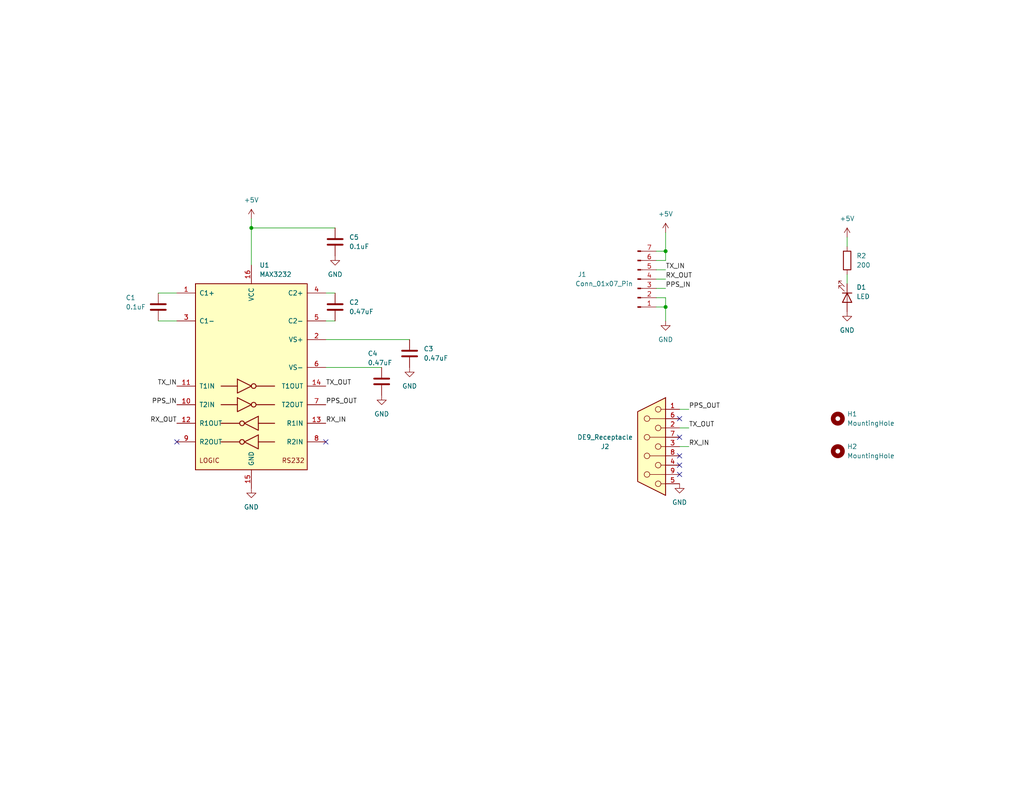
<source format=kicad_sch>
(kicad_sch (version 20230121) (generator eeschema)
  (paper "USLetter")
  (title_block (title "RS232 Level Shifter with PPS") (date "2024-12-24") (rev "1.0"))
  (lib_symbols
    (symbol "Connector:Conn_01x07_Pin" (pin_names (offset 1.016) hide)
      (property "Reference" "J" (at 0 10.16 0))
      (property "Value" "Conn_01x07_Pin" (at 0 -10.16 0))
      (symbol "Conn_01x07_Pin_1_1"
        (polyline (pts (xy 1.27 -7.62) (xy 0.8636 -7.62)) (stroke (width 0.1524)))
        (polyline (pts (xy 1.27 -5.08) (xy 0.8636 -5.08)) (stroke (width 0.1524)))
        (polyline (pts (xy 1.27 -2.54) (xy 0.8636 -2.54)) (stroke (width 0.1524)))
        (polyline (pts (xy 1.27 0) (xy 0.8636 0)) (stroke (width 0.1524)))
        (polyline (pts (xy 1.27 2.54) (xy 0.8636 2.54)) (stroke (width 0.1524)))
        (polyline (pts (xy 1.27 5.08) (xy 0.8636 5.08)) (stroke (width 0.1524)))
        (polyline (pts (xy 1.27 7.62) (xy 0.8636 7.62)) (stroke (width 0.1524)))
        (rectangle (start 0.8636 -7.493) (end 0 -7.747) (stroke (width 0.1524)) (fill (type outline)))
        (rectangle (start 0.8636 -4.953) (end 0 -5.207) (stroke (width 0.1524)) (fill (type outline)))
        (rectangle (start 0.8636 -2.413) (end 0 -2.667) (stroke (width 0.1524)) (fill (type outline)))
        (rectangle (start 0.8636 0.127) (end 0 -0.127) (stroke (width 0.1524)) (fill (type outline)))
        (rectangle (start 0.8636 2.667) (end 0 2.413) (stroke (width 0.1524)) (fill (type outline)))
        (rectangle (start 0.8636 5.207) (end 0 4.953) (stroke (width 0.1524)) (fill (type outline)))
        (rectangle (start 0.8636 7.747) (end 0 7.493) (stroke (width 0.1524)) (fill (type outline)))
        (pin passive line (at 5.08 7.62 180) (length 3.81) (name "Pin_1") (number "1"))
        (pin passive line (at 5.08 5.08 180) (length 3.81) (name "Pin_2") (number "2"))
        (pin passive line (at 5.08 2.54 180) (length 3.81) (name "Pin_3") (number "3"))
        (pin passive line (at 5.08 0 180) (length 3.81) (name "Pin_4") (number "4"))
        (pin passive line (at 5.08 -2.54 180) (length 3.81) (name "Pin_5") (number "5"))
        (pin passive line (at 5.08 -5.08 180) (length 3.81) (name "Pin_6") (number "6"))
        (pin passive line (at 5.08 -7.62 180) (length 3.81) (name "Pin_7") (number "7"))
      )
    )
    (symbol "Connector:DE9_Receptacle" (pin_names (offset 1.016) hide)
      (property "Reference" "J" (at 0 13.97 0))
      (property "Value" "DE9_Receptacle" (at 0 -14.605 0))
      (symbol "DE9_Receptacle_0_1"
        (circle (center -1.778 -10.16) (radius 0.762))
        (circle (center -1.778 -5.08) (radius 0.762))
        (circle (center -1.778 0) (radius 0.762))
        (circle (center -1.778 5.08) (radius 0.762))
        (circle (center -1.778 10.16) (radius 0.762))
        (polyline (pts (xy -3.81 -10.16) (xy -2.54 -10.16)))
        (polyline (pts (xy -3.81 -7.62) (xy 0.508 -7.62)))
        (polyline (pts (xy -3.81 -5.08) (xy -2.54 -5.08)))
        (polyline (pts (xy -3.81 -2.54) (xy 0.508 -2.54)))
        (polyline (pts (xy -3.81 0) (xy -2.54 0)))
        (polyline (pts (xy -3.81 2.54) (xy 0.508 2.54)))
        (polyline (pts (xy -3.81 5.08) (xy -2.54 5.08)))
        (polyline (pts (xy -3.81 7.62) (xy 0.508 7.62)))
        (polyline (pts (xy -3.81 10.16) (xy -2.54 10.16)))
        (polyline (pts (xy -3.81 13.335) (xy -3.81 -13.335) (xy 3.81 -9.525) (xy 3.81 9.525) (xy -3.81 13.335)) (stroke (width 0.254)) (fill (type background)))
        (circle (center 1.27 -7.62) (radius 0.762))
        (circle (center 1.27 -2.54) (radius 0.762))
        (circle (center 1.27 2.54) (radius 0.762))
        (circle (center 1.27 7.62) (radius 0.762))
      )
      (symbol "DE9_Receptacle_1_1"
        (pin passive line (at -7.62 10.16 0) (length 3.81) (name "1") (number "1"))
        (pin passive line (at -7.62 5.08 0) (length 3.81) (name "2") (number "2"))
        (pin passive line (at -7.62 0 0) (length 3.81) (name "3") (number "3"))
        (pin passive line (at -7.62 -5.08 0) (length 3.81) (name "4") (number "4"))
        (pin passive line (at -7.62 -10.16 0) (length 3.81) (name "5") (number "5"))
        (pin passive line (at -7.62 7.62 0) (length 3.81) (name "6") (number "6"))
        (pin passive line (at -7.62 2.54 0) (length 3.81) (name "7") (number "7"))
        (pin passive line (at -7.62 -2.54 0) (length 3.81) (name "8") (number "8"))
        (pin passive line (at -7.62 -7.62 0) (length 3.81) (name "9") (number "9"))
      )
    )
    (symbol "Device:C" (pin_numbers hide) (pin_names (offset 0.254))
      (property "Reference" "C" (at 0.635 2.54 0))
      (property "Value" "C" (at 0.635 -2.54 0))
      (symbol "C_0_1"
        (polyline (pts (xy -2.032 -0.762) (xy 2.032 -0.762)) (stroke (width 0.508)))
        (polyline (pts (xy -2.032 0.762) (xy 2.032 0.762)) (stroke (width 0.508)))
      )
      (symbol "C_1_1"
        (pin passive line (at 0 3.81 270) (length 2.794) (name "~") (number "1"))
        (pin passive line (at 0 -3.81 90) (length 2.794) (name "~") (number "2"))
      )
    )
    (symbol "Device:LED" (pin_numbers hide) (pin_names (offset 1.016) hide)
      (property "Reference" "D" (at 0 2.54 0))
      (property "Value" "LED" (at 0 -2.54 0))
      (symbol "LED_0_1"
        (polyline (pts (xy -1.27 -1.27) (xy -1.27 1.27)) (stroke (width 0.254)))
        (polyline (pts (xy -1.27 0) (xy 1.27 0)))
        (polyline (pts (xy 1.27 -1.27) (xy 1.27 1.27) (xy -1.27 0) (xy 1.27 -1.27)) (stroke (width 0.254)))
        (polyline (pts (xy -3.048 -0.762) (xy -4.572 -2.286) (xy -3.81 -2.286) (xy -4.572 -2.286) (xy -4.572 -1.524)))
        (polyline (pts (xy -1.778 -0.762) (xy -3.302 -2.286) (xy -2.54 -2.286) (xy -3.302 -2.286) (xy -3.302 -1.524)))
      )
      (symbol "LED_1_1"
        (pin passive line (at -3.81 0 0) (length 2.54) (name "K") (number "1"))
        (pin passive line (at 3.81 0 180) (length 2.54) (name "A") (number "2"))
      )
    )
    (symbol "Device:R" (pin_numbers hide) (pin_names (offset 0))
      (property "Reference" "R" (at 2.032 0 90))
      (property "Value" "R" (at 0 0 90))
      (symbol "R_0_1"
        (rectangle (start -1.016 -2.54) (end 1.016 2.54) (stroke (width 0.254)))
      )
      (symbol "R_1_1"
        (pin passive line (at 0 3.81 270) (length 1.27) (name "~") (number "1"))
        (pin passive line (at 0 -3.81 90) (length 1.27) (name "~") (number "2"))
      )
    )
    (symbol "Interface_UART:MAX3232" (pin_names (offset 1.016))
      (property "Reference" "U" (at -2.54 28.575 0))
      (property "Value" "MAX3232" (at -2.54 26.67 0))
      (symbol "MAX3232_0_0"
        (text "LOGIC" (at -11.43 -22.86 0) (effects (font (size 1.27 1.27))))
        (text "RS232" (at 11.43 -22.86 0) (effects (font (size 1.27 1.27))))
      )
      (symbol "MAX3232_0_1"
        (rectangle (start -15.24 -25.4) (end 15.24 25.4) (stroke (width 0.254)) (fill (type background)))
        (circle (center -2.54 -17.78) (radius 0.635) (stroke (width 0.254)))
        (circle (center -2.54 -12.7) (radius 0.635) (stroke (width 0.254)))
        (polyline (pts (xy -3.81 -7.62) (xy -8.255 -7.62)) (stroke (width 0.254)))
        (polyline (pts (xy -3.81 -2.54) (xy -8.255 -2.54)) (stroke (width 0.254)))
        (polyline (pts (xy -3.175 -17.78) (xy -8.255 -17.78)) (stroke (width 0.254)))
        (polyline (pts (xy -3.175 -12.7) (xy -8.255 -12.7)) (stroke (width 0.254)))
        (polyline (pts (xy 1.27 -7.62) (xy 6.35 -7.62)) (stroke (width 0.254)))
        (polyline (pts (xy 1.27 -2.54) (xy 6.35 -2.54)) (stroke (width 0.254)))
        (polyline (pts (xy 1.905 -17.78) (xy 6.35 -17.78)) (stroke (width 0.254)))
        (polyline (pts (xy 1.905 -12.7) (xy 6.35 -12.7)) (stroke (width 0.254)))
        (polyline (pts (xy -3.81 -5.715) (xy -3.81 -9.525) (xy 0 -7.62) (xy -3.81 -5.715)) (stroke (width 0.254)))
        (polyline (pts (xy -3.81 -0.635) (xy -3.81 -4.445) (xy 0 -2.54) (xy -3.81 -0.635)) (stroke (width 0.254)))
        (polyline (pts (xy 1.905 -15.875) (xy 1.905 -19.685) (xy -1.905 -17.78) (xy 1.905 -15.875)) (stroke (width 0.254)))
        (polyline (pts (xy 1.905 -10.795) (xy 1.905 -14.605) (xy -1.905 -12.7) (xy 1.905 -10.795)) (stroke (width 0.254)))
        (circle (center 0.635 -7.62) (radius 0.635) (stroke (width 0.254)))
        (circle (center 0.635 -2.54) (radius 0.635) (stroke (width 0.254)))
      )
      (symbol "MAX3232_1_1"
        (pin passive line (at -20.32 22.86 0) (length 5.08) (name "C1+") (number "1"))
        (pin input line (at -20.32 -7.62 0) (length 5.08) (name "T2IN") (number "10"))
        (pin input line (at -20.32 -2.54 0) (length 5.08) (name "T1IN") (number "11"))
        (pin output line (at -20.32 -12.7 0) (length 5.08) (name "R1OUT") (number "12"))
        (pin input line (at 20.32 -12.7 180) (length 5.08) (name "R1IN") (number "13"))
        (pin output line (at 20.32 -2.54 180) (length 5.08) (name "T1OUT") (number "14"))
        (pin power_in line (at 0 -30.48 90) (length 5.08) (name "GND") (number "15"))
        (pin power_in line (at 0 30.48 270) (length 5.08) (name "VCC") (number "16"))
        (pin power_out line (at 20.32 10.16 180) (length 5.08) (name "VS+") (number "2"))
        (pin passive line (at -20.32 15.24 0) (length 5.08) (name "C1-") (number "3"))
        (pin passive line (at 20.32 22.86 180) (length 5.08) (name "C2+") (number "4"))
        (pin passive line (at 20.32 15.24 180) (length 5.08) (name "C2-") (number "5"))
        (pin power_out line (at 20.32 2.54 180) (length 5.08) (name "VS-") (number "6"))
        (pin output line (at 20.32 -7.62 180) (length 5.08) (name "T2OUT") (number "7"))
        (pin input line (at 20.32 -17.78 180) (length 5.08) (name "R2IN") (number "8"))
        (pin output line (at -20.32 -17.78 0) (length 5.08) (name "R2OUT") (number "9"))
      )
    )
    (symbol "Mechanical:MountingHole" (pin_names (offset 1.016))
      (property "Reference" "H" (at 0 5.08 0))
      (property "Value" "MountingHole" (at 0 3.175 0))
      (symbol "MountingHole_0_1"
        (circle (center 0 0) (radius 1.27) (stroke (width 1.27)))
      )
    )
    (symbol "power:+5V" (power) (pin_names (offset 0))
      (property "Value" "+5V" (at 0 3.556 0))
      (symbol "+5V_0_1"
        (polyline (pts (xy -0.762 1.27) (xy 0 2.54)))
        (polyline (pts (xy 0 0) (xy 0 2.54)))
        (polyline (pts (xy 0 2.54) (xy 0.762 1.27)))
      )
      (symbol "+5V_1_1"
        (pin power_in line (at 0 0 90) (length 0) hide (name "+5V") (number "1"))
      )
    )
    (symbol "power:GND" (power) (pin_names (offset 0))
      (property "Value" "GND" (at 0 -3.81 0))
      (symbol "GND_0_1"
        (polyline (pts (xy 0 0) (xy 0 -1.27) (xy 1.27 -1.27) (xy 0 -2.54) (xy -1.27 -1.27) (xy 0 -1.27)))
      )
      (symbol "GND_1_1"
        (pin power_in line (at 0 0 270) (length 0) hide (name "GND") (number "1"))
      )
    )
  )
  (junction (at 181.61 83.82))
  (junction (at 181.61 68.58))
  (junction (at 68.58 62.23))
  (no_connect (at 185.42 119.38))
  (no_connect (at 185.42 129.54))
  (no_connect (at 185.42 124.46))
  (no_connect (at 185.42 127))
  (no_connect (at 185.42 114.3))
  (no_connect (at 48.26 120.65))
  (no_connect (at 88.9 120.65))
  (wire (pts (xy 179.07 68.58) (xy 181.61 68.58)))
  (wire (pts (xy 179.07 71.12) (xy 181.61 71.12)))
  (wire (pts (xy 88.9 87.63) (xy 91.44 87.63)))
  (wire (pts (xy 179.07 83.82) (xy 181.61 83.82)))
  (wire (pts (xy 88.9 100.33) (xy 104.14 100.33)))
  (wire (pts (xy 68.58 62.23) (xy 91.44 62.23)))
  (wire (pts (xy 187.96 116.84) (xy 185.42 116.84)))
  (wire (pts (xy 179.07 81.28) (xy 181.61 81.28)))
  (wire (pts (xy 181.61 63.5) (xy 181.61 68.58)))
  (wire (pts (xy 231.14 64.77) (xy 231.14 67.31)))
  (wire (pts (xy 231.14 74.93) (xy 231.14 77.47)))
  (wire (pts (xy 187.96 111.76) (xy 185.42 111.76)))
  (wire (pts (xy 181.61 68.58) (xy 181.61 71.12)))
  (wire (pts (xy 43.18 80.01) (xy 48.26 80.01)))
  (wire (pts (xy 68.58 59.69) (xy 68.58 62.23)))
  (wire (pts (xy 179.07 78.74) (xy 181.61 78.74)))
  (wire (pts (xy 43.18 87.63) (xy 48.26 87.63)))
  (wire (pts (xy 88.9 92.71) (xy 111.76 92.71)))
  (wire (pts (xy 179.07 76.2) (xy 181.61 76.2)))
  (wire (pts (xy 68.58 62.23) (xy 68.58 72.39)))
  (wire (pts (xy 88.9 80.01) (xy 91.44 80.01)))
  (wire (pts (xy 181.61 81.28) (xy 181.61 83.82)))
  (wire (pts (xy 179.07 73.66) (xy 181.61 73.66)))
  (wire (pts (xy 187.96 121.92) (xy 185.42 121.92)))
  (wire (pts (xy 181.61 83.82) (xy 181.61 87.63)))
  (label "PPS_IN" (at 48.26 110.49 180))
  (label "PPS_IN" (at 181.61 78.74 0))
  (label "RX_OUT" (at 181.61 76.2 0))
  (label "PPS_OUT" (at 88.9 110.49 0))
  (label "RX_IN" (at 187.96 121.92 0))
  (label "TX_IN" (at 181.61 73.66 0))
  (label "PPS_OUT" (at 187.96 111.76 0))
  (label "TX_OUT" (at 187.96 116.84 0))
  (label "RX_IN" (at 88.9 115.57 0))
  (label "RX_OUT" (at 48.26 115.57 180))
  (label "TX_OUT" (at 88.9 105.41 0))
  (label "TX_IN" (at 48.26 105.41 180))
  (symbol (lib_id "power:+5V") (at 181.61 63.5 0) (unit 1)
    (property "Reference" "#PWR02" (effects hide))
    (property "Value" "+5V" (at 181.61 58.42 0))
  )
  (symbol (lib_id "power:+5V") (at 231.14 64.77 0) (unit 1)
    (property "Reference" "#PWR010" (effects hide))
    (property "Value" "+5V" (at 231.14 59.69 0))
  )
  (symbol (lib_id "Interface_UART:MAX3232") (at 68.58 102.87 0) (unit 1)
    (property "Reference" "U1" (at 70.7741 72.39 0) (effects (justify left)))
    (property "Value" "MAX3232" (at 70.7741 74.93 0) (effects (justify left)))
    (property "Footprint" "Package_SO:SOIC-16_3.9x9.9mm_P1.27mm" (effects hide))
    (property "Datasheet" "https://datasheets.maximintegrated.com/en/ds/MAX3222-MAX3241.pdf" (effects hide))
  )
  (symbol (lib_id "power:GND") (at 68.58 133.35 0) (unit 1)
    (property "Reference" "#PWR06" (effects hide))
    (property "Value" "GND" (at 68.58 138.43 0))
  )
  (symbol (lib_id "power:GND") (at 91.44 69.85 0) (unit 1)
    (property "Reference" "#PWR05" (effects hide))
    (property "Value" "GND" (at 91.44 74.93 0))
  )
  (symbol (lib_id "power:GND") (at 185.42 132.08 0) (unit 1)
    (property "Reference" "#PWR08" (effects hide))
    (property "Value" "GND" (at 185.42 137.16 0))
  )
  (symbol (lib_id "Mechanical:MountingHole") (at 228.6 123.19 0) (unit 1)
    (property "Reference" "H2" (at 231.14 121.92 0) (effects (justify left)))
    (property "Value" "MountingHole" (at 231.14 124.46 0) (effects (justify left)))
    (property "Footprint" "MountingHole:MountingHole_3.2mm_M3_ISO7380" (effects hide))
  )
  (symbol (lib_id "Device:C") (at 91.44 66.04 0) (unit 1)
    (property "Reference" "C5" (at 95.25 64.77 0) (effects (justify left)))
    (property "Value" "0.1uF" (at 95.25 67.31 0) (effects (justify left)))
    (property "Footprint" "Capacitor_SMD:C_0805_2012Metric_Pad1.18x1.45mm_HandSolder" (effects hide))
  )
  (symbol (lib_id "power:GND") (at 181.61 87.63 0) (unit 1)
    (property "Reference" "#PWR01" (effects hide))
    (property "Value" "GND" (at 181.61 92.71 0))
  )
  (symbol (lib_id "Mechanical:MountingHole") (at 228.6 114.3 0) (unit 1)
    (property "Reference" "H1" (at 231.14 113.03 0) (effects (justify left)))
    (property "Value" "MountingHole" (at 231.14 115.57 0) (effects (justify left)))
    (property "Footprint" "MountingHole:MountingHole_3.2mm_M3_ISO7380" (effects hide))
  )
  (symbol (lib_id "power:GND") (at 231.14 85.09 0) (unit 1)
    (property "Reference" "#PWR011" (effects hide))
    (property "Value" "GND" (at 231.14 90.17 0))
  )
  (symbol (lib_id "Device:LED") (at 231.14 81.28 270) (unit 1)
    (property "Reference" "D1" (at 233.68 78.4225 90) (effects (justify left)))
    (property "Value" "LED" (at 233.68 80.9625 90) (effects (justify left)))
    (property "Footprint" "LED_SMD:LED_0805_2012Metric_Pad1.15x1.40mm_HandSolder" (effects hide))
  )
  (symbol (lib_id "Device:C") (at 111.76 96.52 0) (unit 1)
    (property "Reference" "C3" (at 115.57 95.25 0) (effects (justify left)))
    (property "Value" "0.47uF" (at 115.57 97.79 0) (effects (justify left)))
    (property "Footprint" "Capacitor_SMD:C_0805_2012Metric_Pad1.18x1.45mm_HandSolder" (effects hide))
  )
  (symbol (lib_id "Connector:DE9_Receptacle") (at 177.8 121.92 0) (mirror y) (unit 1)
    (property "Reference" "J2" (at 165.1 121.92 0))
    (property "Value" "DE9_Receptacle" (at 165.1 119.38 0))
    (property "Footprint" "Connector_Dsub:DSUB-9_Female_Horizontal_P2.77x2.84mm_EdgePinOffset9.90mm_Housed_MountingHolesOffset11.32mm" (effects hide))
    (property "Datasheet" " ~" (effects hide))
  )
  (symbol (lib_id "power:+5V") (at 68.58 59.69 0) (unit 1)
    (property "Reference" "#PWR07" (effects hide))
    (property "Value" "+5V" (at 68.58 54.61 0))
  )
  (symbol (lib_id "power:GND") (at 111.76 100.33 0) (unit 1)
    (property "Reference" "#PWR03" (effects hide))
    (property "Value" "GND" (at 111.76 105.41 0))
  )
  (symbol (lib_id "Device:C") (at 43.18 83.82 0) (unit 1)
    (property "Reference" "C1" (at 34.29 81.28 0) (effects (justify left)))
    (property "Value" "0.1uF" (at 34.29 83.82 0) (effects (justify left)))
    (property "Footprint" "Capacitor_SMD:C_0805_2012Metric_Pad1.18x1.45mm_HandSolder" (effects hide))
  )
  (symbol (lib_id "Connector:Conn_01x07_Pin") (at 173.99 76.2 0) (mirror x) (unit 1)
    (property "Reference" "J1" (at 160.02 74.93 0) (effects (justify right)))
    (property "Value" "Conn_01x07_Pin" (at 172.72 77.47 0) (effects (justify right)))
    (property "Footprint" "Connector_PinHeader_2.54mm:PinHeader_1x07_P2.54mm_Vertical" (effects hide))
  )
  (symbol (lib_id "power:GND") (at 104.14 107.95 0) (unit 1)
    (property "Reference" "#PWR04" (effects hide))
    (property "Value" "GND" (at 104.14 113.03 0))
  )
  (symbol (lib_id "Device:C") (at 104.14 104.14 0) (unit 1)
    (property "Reference" "C4" (at 100.33 96.52 0) (effects (justify left)))
    (property "Value" "0.47uF" (at 100.33 99.06 0) (effects (justify left)))
    (property "Footprint" "Capacitor_SMD:C_0805_2012Metric_Pad1.18x1.45mm_HandSolder" (effects hide))
  )
  (symbol (lib_id "Device:C") (at 91.44 83.82 0) (unit 1)
    (property "Reference" "C2" (at 95.25 82.55 0) (effects (justify left)))
    (property "Value" "0.47uF" (at 95.25 85.09 0) (effects (justify left)))
    (property "Footprint" "Capacitor_SMD:C_0805_2012Metric_Pad1.18x1.45mm_HandSolder" (effects hide))
  )
  (symbol (lib_id "Device:R") (at 231.14 71.12 0) (unit 1)
    (property "Reference" "R2" (at 233.68 69.85 0) (effects (justify left)))
    (property "Value" "200" (at 233.68 72.39 0) (effects (justify left)))
    (property "Footprint" "Resistor_SMD:R_0805_2012Metric_Pad1.20x1.40mm_HandSolder" (effects hide))
  )
)
</source>
